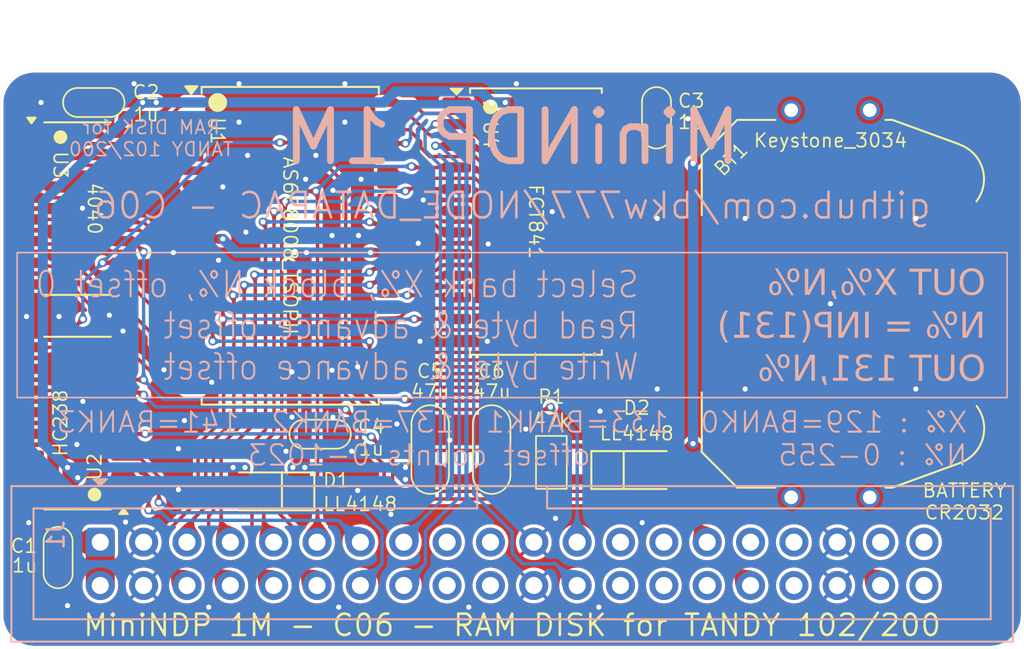
<source format=kicad_pcb>
(kicad_pcb (version 20240108) (generator "pcbnew") (generator_version "8.0")
  (title_block (title "MiniNDP 1M") (date "2024-12-10") (rev "C06") (company "Brian K. White - b.kenyon.w@gmail.com") (comment 1 "github.com/bkw777/NODE_DATAPAC"))
  (layers (0 "F.Cu" signal) (31 "B.Cu" signal) (34 "B.Paste" user) (35 "F.Paste" user) (36 "B.SilkS" user "B.Silkscreen") (37 "F.SilkS" user "F.Silkscreen") (38 "B.Mask" user) (39 "F.Mask" user) (44 "Edge.Cuts" user))
  (net 0 "")
  (net 1 "GND")
  (net 2 "VMEM")
  (net 3 "VBUS")
  (net 4 "/AD0")
  (net 5 "/AD1")
  (net 6 "/AD2")
  (net 7 "/AD3")
  (net 8 "/AD4")
  (net 9 "/AD5")
  (net 10 "/AD6")
  (net 11 "/AD7")
  (net 12 "/A8")
  (net 13 "/A9")
  (net 14 "/~{RD}")
  (net 15 "/RAMRST")
  (net 16 "/~{Y0}")
  (net 17 "/(A)")
  (net 27 "/BUS_A10")
  (net 30 "+BATT")
  (net 31 "/A5")
  (net 32 "/A6")
  (net 35 "/A7")
  (net 36 "/BUS_A8")
  (net 37 "/BUS_A9")
  (net 38 "/A0")
  (net 39 "/A1")
  (net 40 "/A2")
  (net 41 "/A3")
  (net 42 "/A4")
  (net 43 "/BYTE")
  (net 54 "/~{WR}")
  (net 55 "/A15")
  (net 56 "/A12")
  (net 57 "/A13")
  (net 58 "/A18")
  (net 59 "/A14")
  (net 60 "/A16")
  (net 61 "/A17")
  (net 62 "/A10")
  (net 63 "/A11")
  (net 64 "/BUS_A11")
  (net 65 "/A19")
  (net 66 "/BLOCK")
  (footprint "000_LOCAL:MiniNDP_Cover" (layer "F.Cu") (at 151.95 103.025)
    (property "Reference" "N1")
    (property "Value" "MiniNDP_Cover")
  )
  (footprint "000_LOCAL:SOIC-16_3.9x9.9mm_P1.27mm" (layer "F.Cu") (at 126.485 106.77 180)
    (property "Reference" "U2")
    (property "Value" "HC238")
  )
  (footprint "000_LOCAL:C_0805" (layer "F.Cu") (at 125.35 114.655 -90)
    (property "Reference" "C1")
    (property "Value" "1u")
  )
  (footprint "000_LOCAL:Fiducial_0.75_1.5" (layer "F.Cu") (at 179.95 118.025)
    (property "Reference" "F2" (hide yes))
    (property "Value" "Fiducial_0.75_1.5" (hide yes))
  )
  (footprint "000_LOCAL:SOIC-16_3.9x9.9mm_P1.27mm" (layer "F.Cu") (at 126.488 94.197)
    (property "Reference" "U3")
    (property "Value" "4040")
  )
  (footprint "000_LOCAL:D_MiniMELF" (layer "F.Cu") (at 137.7 110.775 180)
    (property "Reference" "D1")
    (property "Value" "LL4148")
  )
  (footprint "000_LOCAL:C_1206" (layer "F.Cu") (at 150.75 108.325 90)
    (property "Reference" "C6")
    (property "Value" "47u")
  )
  (footprint "000_LOCAL:Fiducial_0.75_1.5" (layer "F.Cu") (at 179.95 88.025 90)
    (property "Reference" "F2" (hide yes))
    (property "Value" "Fiducial_0.75_1.5" (hide yes))
  )
  (footprint "000_LOCAL:SOIC-24" (layer "F.Cu") (at 153.3452 94.959)
    (property "Reference" "U4")
    (property "Value" "FCT841")
  )
  (footprint "000_LOCAL:D_MiniMELF" (layer "F.Cu") (at 159.249293 109.525707)
    (property "Reference" "D2")
    (property "Value" "LL4148")
  )
  (footprint "000_LOCAL:C_0805" (layer "F.Cu") (at 160.4082 88.874 -90)
    (property "Reference" "C3")
    (property "Value" "1u")
  )
  (footprint "000_LOCAL:Fiducial_0.75_1.5" (layer "F.Cu") (at 123.95 118.025)
    (property "Reference" "F3" (hide yes))
    (property "Value" "Fiducial_0.75_1.5" (hide yes))
  )
  (footprint "000_LOCAL:TSOP-II-44" (layer "F.Cu") (at 138.95 96.375)
    (property "Reference" "U1")
    (property "Value" "AS6C8008_TSOPII")
  )
  (footprint "000_LOCAL:C_1206" (layer "F.Cu") (at 147.15 108.325 90)
    (property "Reference" "C5")
    (property "Value" "47u")
  )
  (footprint "000_LOCAL:Keystone_3028_3034" (layer "F.Cu") (at 170.6 99.775 90)
    (property "Reference" "BT1")
    (property "Value" "Keystone_3034")
  )
  (footprint "000_LOCAL:C_0805" (layer "F.Cu") (at 127.439 87.974 180)
    (property "Reference" "C2")
    (property "Value" "1u")
  )
  (footprint "000_LOCAL:C_0805" (layer "F.Cu") (at 140.7 107.425)
    (property "Reference" "C4")
    (property "Value" "1u")
  )
  (footprint "000_LOCAL:R_0805" (layer "F.Cu") (at 154.25 109.075001 90)
    (property "Reference" "R1")
    (property "Value" "47k")
  )
  (footprint "000_LOCAL:IDC-Header_2x20_P2.54mm_Vertical" (layer "B.Cu") (at 127.82 113.755 -90)
    (property "Reference" "J1")
    (property "Value" "Conn_02x20_Odd_Even")
  )
  (gr_poly (pts (xy 126.5 109.975) (xy 125.9 109.375) (xy 125.9 110.575)) (stroke (width 0.6)) (fill solid) (layer "F.Cu") (net 3))
  (gr_poly (pts (xy 162.55 107.975) (xy 160.999293 109.525707) (xy 164.099293 109.525707) (xy 164.1 109.525)) (stroke (width 0.6)) (fill solid) (layer "F.Cu") (net 30))
  (gr_poly (pts (xy 126.5 109.975) (xy 127.1 109.375) (xy 125.9 109.375)) (stroke (width 0.6)) (fill solid) (layer "B.Cu") (net 3))
  (gr_rect (start 122.95 96.775) (end 180.95 105.275) (stroke (width 0.1)) (fill none) (layer "B.SilkS"))
  (gr_line (start 123.95 86.025) (end 179.95 86.025) (stroke (width 0.01)) (layer "Edge.Cuts"))
  (gr_line (start 179.95 120.025) (end 123.95 120.025) (stroke (width 0.01)) (layer "Edge.Cuts"))
  (gr_arc (start 179.95 86.024999) (mid 181.364214 86.610786) (end 181.950001 88.025) (stroke (width 0.01)) (layer "Edge.Cuts"))
  (gr_arc (start 123.95 120.025) (mid 122.535786 119.439214) (end 121.95 118.025) (stroke (width 0.01)) (layer "Edge.Cuts"))
  (gr_arc (start 181.950001 118.025) (mid 181.364214 119.439214) (end 179.95 120.025001) (stroke (width 0.01)) (layer "Edge.Cuts"))
  (gr_line (start 181.95 88.025) (end 181.95 118.025) (stroke (width 0.01)) (layer "Edge.Cuts"))
  (gr_arc (start 121.949999 88.025) (mid 122.535786 86.610786) (end 123.95 86.024999) (stroke (width 0.01)) (layer "Edge.Cuts"))
  (gr_line (start 121.95 118.025) (end 121.95 88.025) (stroke (width 0.01)) (layer "Edge.Cuts"))
  (gr_text "${TITLE}" (at 151.95 90.025 0) (layer "B.SilkS") (effects (font (size 3 3) (thickness 0.4)) (justify mirror)))
  (gr_text "RAM DISK for\nTANDY 102/200" (at 130.8 90.075 0) (layer "B.SilkS") (effects (font (size 0.8 0.8) (thickness 0.1)) (justify mirror)))
  (gr_text "${COMMENT1} - ${REVISION}" (at 151.95 94.025 0) (layer "B.SilkS") (effects (font (size 1.5 1.5)) (justify mirror)))
  (gr_text "X% : 129=BANK0  133=BANK1  137=BANK2  141=BANK3\nN% : 0-255            offset counts 0-1023" (at 178.7 106.025 0) (layer "B.SilkS") (effects (font (size 1.2 1.2) (thickness 0.12)) (justify left top mirror)))
  (gr_text "Select bank X%, block N%, offset 0\nRead byte & advance offset\nWrite byte & advance offset" (at 159.45 97.775 0) (layer "B.SilkS") (effects (font (size 1.5 1.3) (thickness 0.12)) (justify left top mirror)))
  (gr_text "OUT X%,N%\nN% = INP(131)\nOUT 131,N%" (at 179.7 97.75 0) (layer "B.SilkS") (effects (font (size 1.5 1.5) (thickness 0.2)) (justify left top mirror)))
  (gr_text "${TITLE} - ${REVISION} - RAM DISK for TANDY 102/200" (at 151.95 118.625 0) (layer "F.SilkS") (effects (font (size 1.25 1.25))))
  (gr_text "BATTERY\nCR2032" (at 178.45 111.375 0) (layer "F.SilkS") (effects (font (size 0.8 0.8) (thickness 0.1))))
  (via (at 142.15 86.875) (size 0.5) (drill 0.3) (layers "F.Cu" "B.Cu") (net 1))
  (via (at 141.45 93.125) (size 0.5) (drill 0.3) (layers "F.Cu" "B.Cu") (net 1))
  (via (at 154.49 112.358) (size 0.5) (drill 0.3) (layers "F.Cu" "B.Cu") (net 1))
  (via (at 146.55 101.975) (size 0.5) (drill 0.3) (layers "F.Cu" "B.Cu") (net 1))
  (via (at 134.35 104.375) (size 0.5) (drill 0.3) (layers "F.Cu" "B.Cu") (net 1))
  (via (at 136.35 95.575) (size 0.5) (drill 0.3) (layers "F.Cu" "B.Cu") (net 1))
  (via (at 149.41 117.565) (size 0.5) (drill 0.3) (layers "F.Cu" "B.Cu") (net 1))
  (via (at 135.95 86.875) (size 0.5) (drill 0.3) (layers "F.Cu" "B.Cu") (net 1))
  (via (at 170.6 99.775) (size 0.5) (drill 0.3) (layers "F.Cu" "B.Cu") (net 1))
  (via (at 165.6 94.775) (size 0.5) (drill 0.3) (layers "F.Cu" "B.Cu") (net 1))
  (via (at 139.05 106.425) (size 0.5) (drill 0.3) (layers "F.Cu" "B.Cu") (net 1))
  (via (at 143.1 92.475) (size 0.5) (drill 0.3) (layers "F.Cu" "B.Cu") (net 1))
  (via (at 142.15 89.125) (size 0.5) (drill 0.3) (layers "F.Cu" "B.Cu") (net 1))
  (via (at 135 92.925) (size 0.5) (drill 0.3) (layers "F.Cu" "B.Cu") (net 1))
  (via (at 175.6 94.775) (size 0.5) (drill 0.3) (layers "F.Cu" "B.Cu") (net 1))
  (via (at 129.15 101.375) (size 0.5) (drill 0.3) (layers "F.Cu" "B.Cu") (net 1))
  (via (at 142.9 103.475) (size 0.5) (drill 0.3) (layers "F.Cu" "B.Cu") (net 1))
  (via (at 145.2 106.825) (size 0.5) (drill 0.3) (layers "F.Cu" "B.Cu") (net 1))
  (via (at 160.45 94.775) (size 0.5) (drill 0.3) (layers "F.Cu" "B.Cu") (net 1))
  (via (at 126.45 108.025) (size 0.5) (drill 0.3) (layers "F.Cu" "B.Cu") (net 1))
  (via (at 134.17 117.565) (size 0.5) (drill 0.3) (layers "F.Cu" "B.Cu") (net 1))
  (via (at 132.4 108.275) (size 0.5) (drill 0.3) (layers "F.Cu" "B.Cu") (net 1))
  (via (at 160.45 104.775) (size 0.5) (drill 0.3) (layers "F.Cu" "B.Cu") (net 1))
  (via (at 126.775 94.175) (size 0.5) (drill 0.3) (layers "F.Cu" "B.Cu") (net 1))
  (via (at 132.1 96.775) (size 0.5) (drill 0.3) (layers "F.Cu" "B.Cu") (net 1))
  (via (at 141.4 103.675) (size 0.5) (drill 0.3) (layers "F.Cu" "B.Cu") (net 1))
  (via (at 139.85 92.475) (size 0.5) (drill 0.3) (layers "F.Cu" "B.Cu") (net 1))
  (via (at 125.4 100.525) (size 0.5) (drill 0.3) (layers "F.Cu" "B.Cu") (net 1))
  (via (at 144.85 112.125) (size 0.5) (drill 0.3) (layers "F.Cu" "B.Cu") (net 1))
  (via (at 142.95 95.775) (size 0.5) (drill 0.3) (layers "F.Cu" "B.Cu") (net 1))
  (via (at 148.3 107.775) (size 0.5) (drill 0.3) (layers "F.Cu" "B.Cu") (net 1))
  (via (at 157.03 117.565) (size 0.5) (drill 0.3) (layers "F.Cu" "B.Cu") (net 1))
  (via (at 165.6 104.775) (size 0.5) (drill 0.3) (layers "F.Cu" "B.Cu") (net 1))
  (via (at 140.45 91.075) (size 0.5) (drill 0.3) (layers "F.Cu" "B.Cu") (net 1))
  (via (at 146.45 96.229) (size 0.5) (drill 0.3) (layers "F.Cu" "B.Cu") (net 1))
  (via (at 142.55 108.425) (size 0.5) (drill 0.3) (layers "F.Cu" "B.Cu") (net 1))
  (via (at 129.3 112.575) (size 0.5) (drill 0.3) (layers "F.Cu" "B.Cu") (net 1))
  (via (at 162.25 88.925) (size 0.5) (drill 0.3) (layers "F.Cu" "B.Cu") (net 1))
  (via (at 152.75 107.125) (size 0.5) (drill 0.3) (layers "F.Cu" "B.Cu") (net 1))
  (via (at 125.9 117.475) (size 0.5) (drill 0.3) (layers "F.Cu" "B.Cu") (net 1))
  (via (at 123.5 100.525) (size 0.5) (drill 0.3) (layers "F.Cu" "B.Cu") (net 1))
  (via (at 132.4 110.675) (size 0.5) (drill 0.3) (layers "F.Cu" "B.Cu") (net 1))
  (via (at 142.9 110.725) (size 0.5) (drill 0.3) (layers "F.Cu" "B.Cu") (net 1))
  (via (at 150.55 96.275) (size 0.5) (drill 0.3) (layers "F.Cu" "B.Cu") (net 1))
  (via (at 136.45 91.075) (size 0.5) (drill 0.3) (layers "F.Cu" "B.Cu") (net 1))
  (via (at 129.8 86.875) (size 0.5) (drill 0.3) (layers "F.Cu" "B.Cu") (net 1))
  (via (at 152.2 86.875) (size 0.5) (drill 0.3) (layers "F.Cu" "B.Cu") (net 1))
  (via (at 135.95 89.125) (size 0.5) (drill 0.3) (layers "F.Cu" "B.Cu") (net 1))
  (via (at 141.79 117.565) (size 0.5) (drill 0.3) (layers "F.Cu" "B.Cu") (net 1))
  (via (at 131.55 103.65) (size 0.5) (drill 0.3) (layers "F.Cu" "B.Cu") (net 1))
  (via (at 126.8 105.5) (size 0.5) (drill 0.3) (layers "F.Cu" "B.Cu") (net 1))
  (via (at 154.3 94.375) (size 0.5) (drill 0.3) (layers "F.Cu" "B.Cu") (net 1))
  (via (at 175.6 104.775) (size 0.5) (drill 0.3) (layers "F.Cu" "B.Cu") (net 1))
  (via (at 124.35 87.974) (size 0.5) (drill 0.3) (layers "F.Cu" "B.Cu") (net 1))
  (via (at 150.5 101.975) (size 0.5) (drill 0.3) (layers "F.Cu" "B.Cu") (net 1))
  (via (at 141.4 95.775) (size 0.5) (drill 0.3) (layers "F.Cu" "B.Cu") (net 1))
  (via (at 123.629 112.612) (size 0.5) (drill 0.3) (layers "F.Cu" "B.Cu") (net 1))
  (via (at 141.45 106.425) (size 0.5) (drill 0.3) (layers "F.Cu" "B.Cu") (net 1))
  (via (at 128.35 100.45) (size 0.5) (drill 0.3) (layers "F.Cu" "B.Cu") (net 1))
  (via (at 139.05 103.775) (size 0.5) (drill 0.3) (layers "F.Cu" "B.Cu") (net 1))
  (via (at 132.75 106.625) (size 0.5) (drill 0.3) (layers "F.Cu" "B.Cu") (net 1))
  (via (at 146.743 93.689) (size 0.5) (drill 0.3) (layers "F.Cu" "B.Cu") (net 1))
  (via (at 159.57 112.612) (size 0.5) (drill 0.3) (layers "F.Cu" "B.Cu") (net 1))
  (via (at 138.7 108.425) (size 0.5) (drill 0.3) (layers "F.Cu" "B.Cu") (net 1))
  (via (at 157.1 106.075) (size 0.5) (drill 0.3) (layers "F.Cu" "B.Cu") (net 1))
  (via (at 134.75 97.225) (size 0.5) (drill 0.3) (layers "F.Cu" "B.Cu") (net 1))
  (segment (start 139.9 107.325) (end 139.9 97.475) (width 0.6) (layer "F.Cu") (net 2))
  (segment (start 139.8 108.675) (end 139.8 107.425) (width 0.6) (layer "F.Cu") (net 2))
  (segment (start 139.8 109.375) (end 139.8 110.425) (width 0.6) (layer "F.Cu") (net 2))
  (segment (start 139.9 107.525) (end 139.8 107.425) (width 0.6) (layer "F.Cu") (net 2))
  (segment (start 147.424999 110.075) (end 150.475001 110.075) (width 0.6) (layer "F.Cu") (net 2))
  (segment (start 151.024999 110.075) (end 157.499293 110.075) (width 0.6) (layer "F.Cu") (net 2))
  (segment (start 139.8 110.425) (end 139.45 110.775) (width 0.6) (layer "F.Cu") (net 2))
  (segment (start 139.1 109.375) (end 139.8 109.375) (width 0.6) (layer "F.Cu") (net 2))
  (segment (start 139.1 109.375) (end 139.1 110.425) (width 0.6) (layer "F.Cu") (net 2))
  (segment (start 145.7 110.075) (end 145.7 109.375) (width 0.6) (layer "F.Cu") (net 2))
  (segment (start 145.7 110.075) (end 146.875001 110.075) (width 0.6) (layer "F.Cu") (net 2))
  (segment (start 147.15 109.800001) (end 147.424999 110.075) (width 0.6) (layer "F.Cu") (net 2))
  (segment (start 150.475001 110.075) (end 150.75 109.800001) (width 0.6) (layer "F.Cu") (net 2))
  (segment (start 139.9 96.775) (end 139.2 96.775) (width 0.6) (layer "F.Cu") (net 2))
  (segment (start 143.65 96.775) (end 144.65 96.775) (width 0.5) (layer "F.Cu") (net 2))
  (segment (start 139.9 96.775) (end 139.9 97.475) (width 0.6) (layer "F.Cu") (net 2))
  (segment (start 139.1 110.425) (end 139.45 110.775) (width 0.6) (layer "F.Cu") (net 2))
  (segment (start 139.8 107.425) (end 139.9 107.325) (width 0.6) (layer "F.Cu") (net 2))
  (segment (start 157.499293 110.075) (end 157.499293 109.525707) (width 0.6) (layer "F.Cu") (net 2))
  (segment (start 139.8 109.375) (end 139.8 108.675) (width 0.6) (layer "F.Cu") (net 2))
  (segment (start 146.875001 110.075) (end 147.15 109.800001) (width 0.6) (layer "F.Cu") (net 2))
  (segment (start 139.2 96.775) (end 139.9 97.475) (width 0.6) (layer "F.Cu") (net 2))
  (segment (start 146.724999 109.375) (end 147.15 109.800001) (width 0.6) (layer "F.Cu") (net 2))
  (segment (start 135 95.975) (end 133.25 95.975) (width 0.5) (layer "F.Cu") (net 2))
  (segment (start 145.7 109.375) (end 146.724999 109.375) (width 0.6) (layer "F.Cu") (net 2))
  (segment (start 139.1 109.375) (end 139.8 108.675) (width 0.6) (layer "F.Cu") (net 2))
  (segment (start 150.75 109.800001) (end 151.024999 110.075) (width 0.6) (layer "F.Cu") (net 2))
  (via (at 145.7 109.375) (size 0.6) (drill 0.3) (layers "F.Cu" "B.Cu") (net 2))
  (via (at 145.7 110.075) (size 0.6) (drill 0.3) (layers "F.Cu" "B.Cu") (net 2))
  (via (at 135 95.975) (size 0.6) (drill 0.3) (layers "F.Cu" "B.Cu") (net 2))
  (via (at 139.9 96.775) (size 0.6) (drill 0.3) (layers "F.Cu" "B.Cu") (net 2))
  (via (at 139.8 109.375) (size 0.6) (drill 0.3) (layers "F.Cu" "B.Cu") (net 2))
  (via (at 143.65 96.775) (size 0.6) (drill 0.3) (layers "F.Cu" "B.Cu") (net 2))
  (via (at 139.1 109.375) (size 0.6) (drill 0.3) (layers "F.Cu" "B.Cu") (net 2))
  (via (at 139.2 96.775) (size 0.6) (drill 0.3) (layers "F.Cu" "B.Cu") (net 2))
  (segment (start 145.7 110.075) (end 145.7 109.375) (width 0.6) (layer "B.Cu") (net 2))
  (segment (start 145 109.375) (end 139.1 109.375) (width 0.6) (layer "B.Cu") (net 2))
  (segment (start 145.7 110.075) (end 145 109.375) (width 0.6) (layer "B.Cu") (net 2))
  (segment (start 135.8 96.775) (end 135 95.975) (width 0.6) (layer "B.Cu") (net 2))
  (segment (start 143.65 96.775) (end 139.9 96.775) (width 0.6) (layer "B.Cu") (net 2))
  (segment (start 145.7 109.375) (end 145 109.375) (width 0.6) (layer "B.Cu") (net 2))
  (segment (start 139.2 96.775) (end 135.8 96.775) (width 0.6) (layer "B.Cu") (net 2))
  (segment (start 139.9 96.775) (end 139.2 96.775) (width 0.6) (layer "B.Cu") (net 2))
  (segment (start 157.9952 87.974) (end 160.4082 87.974) (width 0.6) (layer "F.Cu") (net 3))
  (segment (start 135.6 109.375) (end 135.6 110.425) (width 0.6) (layer "F.Cu") (net 3))
  (segment (start 130.3 87.975) (end 130.299 87.974) (width 0.6) (layer "F.Cu") (net 3))
  (segment (start 150.7562 87.974) (end 157.9952 87.974) (width 0.6) (layer "F.Cu") (net 3))
  (segment (start 130.301 87.974) (end 131.1 87.974) (width 0.6) (layer "F.Cu") (net 3))
  (segment (start 125.35 113.755) (end 127.82 113.755) (width 0.8) (layer "F.Cu") (net 3))
  (segment (start 136.3 109.375) (end 136.3 110.425) (width 0.6) (layer "F.Cu") (net 3))
  (segment (start 123.818 111.215) (end 125.35 111.215) (width 0.6) (layer "F.Cu") (net 3))
  (segment (start 125.35 111.125) (end 125.35 111.215) (width 0.6) (layer "F.Cu") (net 3))
  (segment (start 128.7415 89.752) (end 129.155 89.752) (width 0.6) (layer "F.Cu") (net 3))
  (segment (start 125.36 111.215) (end 123.818 111.215) (width 0.6) (layer "F.Cu") (net 3))
  (segment (start 130.299 87.974) (end 128.339 87.974) (width 0.6) (layer "F.Cu") (net 3))
  (segment (start 135.6 109.375) (end 136.3 109.375) (width 0.6) (layer "F.Cu") (net 3))
  (segment (start 126.5 109.975) (end 125.35 111.125) (width 0.6) (layer "F.Cu") (net 3))
  (segment (start 136.3 110.425) (end 135.95 110.775) (width 0.6) (layer "F.Cu") (net 3))
  (segment (start 127.7 113.635) (end 127.82 113.755) (width 0.4) (layer "F.Cu") (net 3))
  (segment (start 128.339 89.3495) (end 128.7415 89.752) (width 0.6) (layer "F.Cu") (net 3))
  (segment (start 135.6 110.425) (end 135.95 110.775) (width 0.6) (layer "F.Cu") (net 3))
  (segment (start 125.35 111.215) (end 125.35 113.755) (width 0.6) (layer "F.Cu") (net 3))
  (segment (start 128.339 87.974) (end 128.339 89.3495) (width 0.6) (layer "F.Cu") (net 3))
  (segment (start 127.82 116.295) (end 127.82 113.755) (width 1.7) (layer "F.Cu") (net 3))
  (segment (start 127.6 113.535) (end 127.7 113.635) (width 0.6) (layer "F.Cu") (net 3))
  (via (at 150.7562 87.974) (size 0.6) (drill 0.3) (layers "F.Cu" "B.Cu") (net 3))
  (via (at 151.55 87.974) (size 0.6) (drill 0.3) (layers "F.Cu" "B.Cu") (net 3))
  (via (at 126.5 109.975) (size 0.6) (drill 0.3) (layers "F.Cu" "B.Cu") (net 3))
  (via (at 125.9 109.375) (size 0.6) (drill 0.3) (layers "F.Cu" "B.Cu") (net 3))
  (via (at 130.3 87.975) (size 0.6) (drill 0.3) (layers "F.Cu" "B.Cu") (net 3))
  (via (at 135.6 109.375) (size 0.6) (drill 0.3) (layers "F.Cu" "B.Cu") (net 3))
  (via (at 131.1 87.974) (size 0.6) (drill 0.3) (layers "F.Cu" "B.Cu") (net 3))
  (via (at 136.3 109.375) (size 0.6) (drill 0.3) (layers "F.Cu" "B.Cu") (net 3))
  (segment (start 125.9 109.375) (end 124.45 107.925) (width 0.6) (layer "B.Cu") (net 3))
  (segment (start 124.45 107.925) (end 124.45 93.825) (width 0.6) (layer "B.Cu") (net 3))
  (segment (start 124.45 93.825) (end 130.3 87.975) (width 0.6) (layer "B.Cu") (net 3))
  (segment (start 126.8 109.375) (end 136.3 109.375) (width 0.6) (layer "B.Cu") (net 3))
  (segment (start 130.3 87.975) (end 130.301 87.974) (width 0.6) (layer "B.Cu") (net 3))
  (segment (start 126.5 109.675) (end 126.8 109.375) (width 0.6) (layer "B.Cu") (net 3))
  (segment (start 130.301 87.974) (end 144.451 87.974) (width 0.6) (layer "B.Cu") (net 3))
  (segment (start 151.55 87.974) (end 150.7562 87.974) (width 0.6) (layer "B.Cu") (net 3))
  (segment (start 144.451 87.974) (end 145.1 87.325) (width 0.6) (layer "B.Cu") (net 3))
  (segment (start 150.1072 87.325) (end 150.7562 87.974) (width 0.6) (layer "B.Cu") (net 3))
  (segment (start 145.1 87.325) (end 150.1072 87.325) (width 0.6) (layer "B.Cu") (net 3))
  (segment (start 135 99.475) (end 134.05 98.525) (width 0.2) (layer "F.Cu") (net 4))
  (segment (start 135.05 106.525) (end 133.55 108.025) (width 0.2) (layer "F.Cu") (net 4))
  (segment (start 133.55 111.325) (end 131.63 113.245) (width 0.2) (layer "F.Cu") (net 4))
  (segment (start 133.4 98.525) (end 133.25 98.375) (width 0.2) (layer "F.Cu") (net 4))
  (segment (start 133.55 108.025) (end 133.55 111.325) (width 0.2) (layer "F.Cu") (net 4))
  (segment (start 135 100.674) (end 135.05 100.724) (width 0.2) (layer "F.Cu") (net 4))
  (segment (start 131.63 115.025) (end 132.9 116.295) (width 0.2) (layer "F.Cu") (net 4))
  (segment (start 135.05 100.724) (end 135.05 106.525) (width 0.2) (layer "F.Cu") (net 4))
  (segment (start 135 100.674) (end 135 99.475) (width 0.2) (layer "F.Cu") (net 4))
  (segment (start 134.05 98.525) (end 133.4 98.525) (width 0.2) (layer "F.Cu") (net 4))
  (segment (start 131.63 113.245) (end 131.63 115.025) (width 0.2) (layer "F.Cu") (net 4))
  (segment (start 148.6952 100.674) (end 146.2096 100.674) (width 0.2) (layer "F.Cu") (net 4))
  (via (at 146.2096 100.674) (size 0.5) (drill 0.3) (layers "F.Cu" "B.Cu") (net 4))
  (via (at 135 100.674) (size 0.5) (drill 0.3) (layers "F.Cu" "B.Cu") (net 4))
  (segment (start 146.2096 100.674) (end 135 100.674) (width 0.2) (layer "B.Cu") (net 4))
  (segment (start 134 108.275) (end 134 111.675) (width 0.2) (layer "F.Cu") (net 5))
  (segment (start 148.5662 99.275) (end 148.6952 99.404) (width 0.2) (layer "F.Cu") (net 5))
  (segment (start 134 111.675) (end 132.9 112.775) (width 0.2) (layer "F.Cu") (net 5))
  (segment (start 133.4 97.725) (end 134.05 97.725) (width 0.2) (layer "F.Cu") (net 5))
  (segment (start 135.6 99.275) (end 135.65 99.325) (width 0.2) (layer "F.Cu") (net 5))
  (segment (start 134.05 97.725) (end 135.6 99.275) (width 0.2) (layer "F.Cu") (net 5))
  (segment (start 145.8 99.275) (end 148.5662 99.275) (width 0.2) (layer "F.Cu") (net 5))
  (segment (start 135.65 106.625) (end 134 108.275) (width 0.2) (layer "F.Cu") (net 5))
  (segment (start 133.25 97.575) (end 133.4 97.725) (width 0.2) (layer "F.Cu") (net 5))
  (segment (start 132.9 112.775) (end 132.9 113.755) (width 0.2) (layer "F.Cu") (net 5))
  (segment (start 135.65 99.325) (end 135.65 106.625) (width 0.2) (layer "F.Cu") (net 5))
  (via (at 145.8 99.275) (size 0.5) (drill 0.3) (layers "F.Cu" "B.Cu") (net 5))
  (via (at 135.6 99.275) (size 0.5) (drill 0.3) (layers "F.Cu" "B.Cu") (net 5))
  (segment (start 135.75 99.275) (end 135.6 99.425) (width 0.2) (layer "B.Cu") (net 5))
  (segment (start 145.8 99.275) (end 135.75 99.275) (width 0.2) (layer "B.Cu") (net 5))
  (segment (start 144.65 98.375) (end 144.8 98.225) (width 0.2) (layer "F.Cu") (net 6))
  (segment (start 134.17 115.025) (end 135.44 116.295) (width 0.2) (layer "F.Cu") (net 6))
  (segment (start 144.8 98.225) (end 148.604198 98.225) (width 0.2) (layer "F.Cu") (net 6))
  (segment (start 148.604198 98.225) (end 148.695199 98.133999) (width 0.2) (layer "F.Cu") (net 6))
  (segment (start 143.75 98.525) (end 144.5 98.525) (width 0.2) (layer "F.Cu") (net 6))
  (segment (start 143.6 98.675) (end 143.75 98.525) (width 0.2) (layer "F.Cu") (net 6))
  (segment (start 134.45 108.525) (end 134.45 111.925) (width 0.2) (layer "F.Cu") (net 6))
  (segment (start 144.5 98.525) (end 144.65 98.375) (width 0.2) (layer "F.Cu") (net 6))
  (segment (start 134.17 112.205) (end 134.17 115.025) (width 0.2) (layer "F.Cu") (net 6))
  (segment (start 136.25 106.725) (end 134.45 108.525) (width 0.2) (layer "F.Cu") (net 6))
  (segment (start 136.25 98.675) (end 136.25 106.725) (width 0.2) (layer "F.Cu") (net 6))
  (segment (start 134.45 111.925) (end 134.17 112.205) (width 0.2) (layer "F.Cu") (net 6))
  (via (at 136.25 98.675) (size 0.5) (drill 0.3) (layers "F.Cu" "B.Cu") (net 6))
  (via (at 143.6 98.675) (size 0.5) (drill 0.3) (layers "F.Cu" "B.Cu") (net 6))
  (segment (start 136.25 98.675) (end 143.6 98.675) (width 0.2) (layer "B.Cu") (net 6))
  (segment (start 147.675 97.075) (end 148.484199 97.075) (width 0.2) (layer "F.Cu") (net 7))
  (segment (start 143.8 97.725) (end 144.5 97.725) (width 0.2) (layer "F.Cu") (net 7))
  (segment (start 134.9 113.215) (end 135.44 113.755) (width 0.2) (layer "F.Cu") (net 7))
  (segment (start 144.65 97.575) (end 144.8 97.425) (width 0.2) (layer "F.Cu") (net 7))
  (segment (start 136.9 98.125) (end 136.9 106.775) (width 0.2) (layer "F.Cu") (net 7))
  (segment (start 148.484199 97.075) (end 148.6952 96.863999) (width 0.2) (layer "F.Cu") (net 7))
  (segment (start 144.5 97.725) (end 144.65 97.575) (width 0.2) (layer "F.Cu") (net 7))
  (segment (start 143.6 97.925) (end 143.8 97.725) (width 0.2) (layer "F.Cu") (net 7))
  (segment (start 136.85 98.075) (end 136.9 98.125) (width 0.2) (layer "F.Cu") (net 7))
  (segment (start 144.8 97.425) (end 147.325 97.425) (width 0.2) (layer "F.Cu") (net 7))
  (segment (start 147.325 97.425) (end 147.675 97.075) (width 0.2) (layer "F.Cu") (net 7))
  (segment (start 134.9 108.775) (end 134.9 113.215) (width 0.2) (layer "F.Cu") (net 7))
  (segment (start 136.9 106.775) (end 134.9 108.775) (width 0.2) (layer "F.Cu") (net 7))
  (via (at 136.85 98.075) (size 0.5) (drill 0.3) (layers "F.Cu" "B.Cu") (net 7))
  (via (at 143.6 97.925) (size 0.5) (drill 0.3) (layers "F.Cu" "B.Cu") (net 7))
  (segment (start 143.45 98.075) (end 143.6 97.925) (width 0.2) (layer "B.Cu") (net 7))
  (segment (start 136.85 98.075) (end 143.45 98.075) (width 0.2) (layer "B.Cu") (net 7))
  (segment (start 143.6 94.975) (end 143.7 95.075) (width 0.2) (layer "F.Cu") (net 8))
  (segment (start 143.7 95.075) (end 144.55 95.075) (width 0.2) (layer "F.Cu") (net 8))
  (segment (start 136.95 107.725) (end 136.95 111.875) (width 0.2) (layer "F.Cu") (net 8))
  (segment (start 147.6955 95.3908) (end 148.492001 95.3908) (width 0.2) (layer "F.Cu") (net 8))
  (segment (start 144.65 95.175) (end 147.4797 95.175) (width 0.2) (layer "F.Cu") (net 8))
  (segment (start 136.95 111.875) (end 136.71 112.115) (width 0.2) (layer "F.Cu") (net 8))
  (segment (start 148.492001 95.3908) (end 148.6952 95.593999) (width 0.2) (layer "F.Cu") (net 8))
  (segment (start 136.71 112.115) (end 136.71 115.025) (width 0.2) (layer "F.Cu") (net 8))
  (segment (start 137.35 94.975) (end 137.5 95.125) (width 0.2) (layer "F.Cu") (net 8))
  (segment (start 137.5 107.175) (end 136.95 107.725) (width 0.2) (layer "F.Cu") (net 8))
  (segment (start 137.5 95.125) (end 137.5 107.175) (width 0.2) (layer "F.Cu") (net 8))
  (segment (start 147.4797 95.175) (end 147.6955 95.3908) (width 0.2) (layer "F.Cu") (net 8))
  (segment (start 144.55 95.075) (end 144.65 95.175) (width 0.2) (layer "F.Cu") (net 8))
  (segment (start 136.71 115.025) (end 137.98 116.295) (width 0.2) (layer "F.Cu") (net 8))
  (via (at 143.6 94.975) (size 0.5) (drill 0.3) (layers "F.Cu" "B.Cu") (net 8))
  (via (at 137.35 94.975) (size 0.5) (drill 0.3) (layers "F.Cu" "B.Cu") (net 8))
  (segment (start 143.6 94.975) (end 137.35 94.975) (width 0.2) (layer "B.Cu") (net 8))
  (segment (start 138 107.375) (end 137.4 107.975) (width 0.2) (layer "F.Cu") (net 9))
  (segment (start 144.6 94.325) (end 143.7 94.325) (width 0.2) (layer "F.Cu") (net 9))
  (segment (start 137.4 107.975) (end 137.4 113.175) (width 0.2) (layer "F.Cu") (net 9))
  (segment (start 144.65 94.375) (end 144.6 94.325) (width 0.2) (layer "F.Cu") (net 9))
  (segment (start 137.4 113.175) (end 137.98 113.755) (width 0.2) (layer "F.Cu") (net 9))
  (segment (start 148.6952 94.323999) (end 148.644199 94.375) (width 0.2) (layer "F.Cu") (net 9))
  (segment (start 143.7 94.325) (end 143.6 94.225) (width 0.2) (layer "F.Cu") (net 9))
  (segment (start 138 94.375) (end 138 107.375) (width 0.2) (layer "F.Cu") (net 9))
  (segment (start 148.644199 94.375) (end 144.65 94.375) (width 0.2) (layer "F.Cu") (net 9))
  (via (at 143.6 94.225) (size 0.5) (drill 0.3) (layers "F.Cu" "B.Cu") (net 9))
  (via (at 138 94.375) (size 0.5) (drill 0.3) (layers "F.Cu" "B.Cu") (net 9))
  (segment (start 143.45 94.375) (end 143.6 94.225) (width 0.2) (layer "B.Cu") (net 9))
  (segment (start 138 94.375) (end 143.45 94.375) (width 0.2) (layer "B.Cu") (net 9))
  (segment (start 145.7 93.175) (end 145.85 93.025) (width 0.2) (layer "F.Cu") (net 10))
  (segment (start 138.65 93.775) (end 136.55 93.775) (width 0.2) (layer "F.Cu") (net 10))
  (segment (start 138.45 107.625) (end 137.85 108.225) (width 0.2) (layer "F.Cu") (net 10))
  (segment (start 136.55 93.775) (end 135.15 95.175) (width 0.2) (layer "F.Cu") (net 10))
  (segment (start 138.45 94.875) (end 138.45 107.625) (width 0.2) (layer "F.Cu") (net 10))
  (segment (start 138.65 93.775) (end 138.65 94.675) (width 0.2) (layer "F.Cu") (net 10))
  (segment (start 139.25 115.025) (end 140.52 116.295) (width 0.2) (layer "F.Cu") (net 10))
  (segment (start 137.85 108.225) (end 137.85 111.625) (width 0.2) (layer "F.Cu") (net 10))
  (segment (start 139.25 113.025) (end 139.25 115.025) (width 0.2) (layer "F.Cu") (net 10))
  (segment (start 145.85 93.025) (end 148.666201 93.025) (width 0.2) (layer "F.Cu") (net 10))
  (segment (start 148.666201 93.025) (end 148.6952 93.053999) (width 0.2) (layer "F.Cu") (net 10))
  (segment (start 138.65 94.675) (end 138.45 94.875) (width 0.2) (layer "F.Cu") (net 10))
  (segment (start 137.85 111.625) (end 139.25 113.025) (width 0.2) (layer "F.Cu") (net 10))
  (segment (start 135.15 95.175) (end 133.25 95.175) (width 0.2) (layer "F.Cu") (net 10))
  (via (at 145.7 93.175) (size 0.5) (drill 0.3) (layers "F.Cu" "B.Cu") (net 10))
  (via (at 138.65 93.775) (size 0.5) (drill 0.3) (layers "F.Cu" "B.Cu") (net 10))
  (segment (start 142.05 93.775) (end 142.65 93.175) (width 0.2) (layer "B.Cu") (net 10))
  (segment (start 138.65 93.775) (end 142.05 93.775) (width 0.2) (layer "B.Cu") (net 10))
  (segment (start 142.65 93.175) (end 145.7 93.175) (width 0.2) (layer "B.Cu") (net 10))
  (segment (start 140.45 93.175) (end 136.4 93.175) (width 0.2) (layer "F.Cu") (net 11))
  (segment (start 146.05 91.725) (end 146.108999 91.783999) (width 0.2) (layer "F.Cu") (net 11))
  (segment (start 140.55 113.725) (end 140.52 113.755) (width 0.2) (layer "F.Cu") (net 11))
  (segment (start 136.4 93.175) (end 135.2 94.375) (width 0.2) (layer "F.Cu") (net 11))
  (segment (start 140.45 93.175) (end 140.55 93.275) (width 0.2) (layer "F.Cu") (net 11))
  (segment (start 146.108999 91.783999) (end 148.695199 91.783999) (width 0.2) (layer "F.Cu") (net 11))
  (segment (start 140.55 93.275) (end 140.55 113.725) (width 0.2) (layer "F.Cu") (net 11))
  (segment (start 135.2 94.375) (end 133.25 94.375) (width 0.2) (layer "F.Cu") (net 11))
  (via (at 140.45 93.175) (size 0.5) (drill 0.3) (layers "F.Cu" "B.Cu") (net 11))
  (via (at 146.05 91.725) (size 0.5) (drill 0.3) (layers "F.Cu" "B.Cu") (net 11))
  (segment (start 141.9 91.725) (end 140.45 93.175) (width 0.2) (layer "B.Cu") (net 11))
  (segment (start 146.05 91.725) (end 141.9 91.725) (width 0.2) (layer "B.Cu") (net 11))
  (segment (start 132.25 101.125) (end 132.55 101.425) (width 0.2) (layer "F.Cu") (net 12))
  (segment (start 129.348 95.025) (end 130.4 95.025) (width 0.2) (layer "F.Cu") (net 12))
  (segment (start 132.55 101.425) (end 133.1 101.425) (width 0.2) (layer "F.Cu") (net 12))
  (segment (start 133.1 101.425) (end 133.25 101.575) (width 0.2) (layer "F.Cu") (net 12))
  (segment (start 130.4 95.025) (end 131.45 96.075) (width 0.2) (layer "F.Cu") (net 12))
  (segment (start 131.45 96.075) (end 131.45 99.215) (width 0.2) (layer "F.Cu") (net 12))
  (segment (start 129.155 94.832) (end 129.348 95.025) (width 0.2) (layer "F.Cu") (net 12))
  (segment (start 132.25 100.015) (end 132.25 101.125) (width 0.2) (layer "F.Cu") (net 12))
  (segment (start 131.45 99.215) (end 132.25 100.015) (width 0.2) (layer "F.Cu") (net 12))
  (segment (start 131.7 90.425) (end 132.3984 89.7266) (width 0.2) (layer "F.Cu") (net 13))
  (segment (start 132.3984 89.7266) (end 133.0984 89.7266) (width 0.2) (layer "F.Cu") (net 13))
  (segment (start 131.7 90.698) (end 131.7 90.425) (width 0.2) (layer "F.Cu") (net 13))
  (segment (start 133.0984 89.7266) (end 133.25 89.575) (width 0.2) (layer "F.Cu") (net 13))
  (segment (start 129.155 92.292) (end 129.322 92.125) (width 0.2) (layer "F.Cu") (net 13))
  (segment (start 130.273 92.125) (end 131.7 90.698) (width 0.2) (layer "F.Cu") (net 13))
  (segment (start 129.322 92.125) (end 130.273 92.125) (width 0.2) (layer "F.Cu") (net 13))
  (segment (start 144.65 90.375) (end 145.7 90.375) (width 0.2) (layer "F.Cu") (net 14))
  (via (at 145.7 90.375) (size 0.5) (drill 0.3) (layers "F.Cu" "B.Cu") (net 14))
  (segment (start 146 89.3875) (end 146.7625 88.625) (width 0.2) (layer "B.Cu") (net 14))
  (segment (start 146.7625 88.625) (end 148.125 88.625) (width 0.2) (layer "B.Cu") (net 14))
  (segment (start 152.585 115.025) (end 154.49 115.025) (width 0.2) (layer "B.Cu") (net 14))
  (segment (start 145.7 90.375) (end 146 90.075) (width 0.2) (layer "B.Cu") (net 14))
  (segment (start 146 90.075) (end 146 89.3875) (width 0.2) (layer "B.Cu") (net 14))
  (segment (start 154.49 115.025) (end 155.76 116.295) (width 0.2) (layer "B.Cu") (net 14))
  (segment (start 149.7 110.925) (end 151.95 113.175) (width 0.2) (layer "B.Cu") (net 14))
  (segment (start 151.95 113.175) (end 151.95 114.39) (width 0.2) (layer "B.Cu") (net 14))
  (segment (start 148.125 88.625) (end 149.7 90.2) (width 0.2) (layer "B.Cu") (net 14))
  (segment (start 149.7 90.2) (end 149.7 110.925) (width 0.2) (layer "B.Cu") (net 14))
  (segment (start 151.95 114.39) (end 152.585 115.025) (width 0.2) (layer "B.Cu") (net 14))
  (segment (start 167.825 115.025) (end 172.27 115.025) (width 0.3) (layer "F.Cu") (net 15))
  (segment (start 154.25 108.125002) (end 158.300002 108.125002) (width 0.3) (layer "F.Cu") (net 15))
  (segment (start 145.45 108.375) (end 142.2 105.125) (width 0.2) (layer "F.Cu") (net 15))
  (segment (start 160.08125 110.825) (end 163.5 110.825) (width 0.3) (layer "F.Cu") (net 15))
  (segment (start 159.2 109.025) (end 159.2 109.94375) (width 0.3) (layer "F.Cu") (net 15))
  (segment (start 166.428 112.358) (end 167.19 113.12) (width 0.3) (layer "F.Cu") (net 15))
  (segment (start 154.000002 108.375) (end 145.45 108.375) (width 0.2) (layer "F.Cu") (net 15))
  (segment (start 167.19 113.12) (end 167.19 114.39) (width 0.3) (layer "F.Cu") (net 15))
  (segment (start 158.300002 108.125002) (end 159.2 109.025) (width 0.3) (layer "F.Cu") (net 15))
  (segment (start 172.27 115.025) (end 173.54 116.295) (width 0.3) (layer "F.Cu") (net 15))
  (segment (start 141.25 91.825) (end 133.4 91.825) (width 0.2) (layer "F.Cu") (net 15))
  (segment (start 142.2 92.775) (end 141.25 91.825) (width 0.2) (layer "F.Cu") (net 15))
  (segment (start 133.4 91.825) (end 133.25 91.975) (width 0.2) (layer "F.Cu") (net 15))
  (segment (start 163.5 110.825) (end 165.033 112.358) (width 0.3) (layer "F.Cu") (net 15))
  (segment (start 165.033 112.358) (end 166.428 112.358) (width 0.3) (layer "F.Cu") (net 15))
  (segment (start 167.19 114.39) (end 167.825 115.025) (width 0.3) (layer "F.Cu") (net 15))
  (segment (start 159.2 109.94375) (end 160.08125 110.825) (width 0.3) (layer "F.Cu") (net 15))
  (segment (start 154.25 108.125002) (end 154.000002 108.375) (width 0.2) (layer "F.Cu") (net 15))
  (segment (start 142.2 105.125) (end 142.2 92.775) (width 0.2) (layer "F.Cu") (net 15))
  (segment (start 163.38 113.355) (end 163.38 113.755) (width 0.2) (layer "F.Cu") (net 16))
  (segment (start 159.85 111.325) (end 161.35 111.325) (width 0.2) (layer "F.Cu") (net 16))
  (segment (start 144.95 110.375) (end 145.35 110.775) (width 0.2) (layer "F.Cu") (net 16))
  (segment (start 161.35 111.325) (end 163.38 113.355) (width 0.2) (layer "F.Cu") (net 16))
  (segment (start 143.7 107.575) (end 144.95 108.825) (width 0.2) (layer "F.Cu") (net 16))
  (segment (start 145.35 110.775) (end 159.3 110.775) (width 0.2) (layer "F.Cu") (net 16))
  (segment (start 130.45 107.405) (end 129.152 107.405) (width 0.2) (layer "F.Cu") (net 16))
  (segment (start 159.3 110.775) (end 159.85 111.325) (width 0.2) (layer "F.Cu") (net 16))
  (segment (start 144.95 108.825) (end 144.95 110.375) (width 0.2) (layer "F.Cu") (net 16))
  (via (at 130.45 107.405) (size 0.5) (drill 0.3) (layers "F.Cu" "B.Cu") (net 16))
  (via (at 143.7 107.575) (size 0.5) (drill 0.3) (layers "F.Cu" "B.Cu") (net 16))
  (segment (start 143.53 107.405) (end 130.45 107.405) (width 0.2) (layer "B.Cu") (net 16))
  (segment (start 143.7 107.575) (end 143.53 107.405) (width 0.2) (layer "B.Cu") (net 16))
  (segment (start 145.1 111.225) (end 159.1 111.225) (width 0.2) (layer "F.Cu") (net 17))
  (segment (start 143.05 107.825) (end 144.45 109.225) (width 0.2) (layer "F.Cu") (net 17))
  (segment (start 162.11 113.035) (end 162.11 114.39) (width 0.2) (layer "F.Cu") (net 17))
  (segment (start 144.45 109.225) (end 144.45 110.575) (width 0.2) (layer "F.Cu") (net 17))
  (segment (start 159.1 111.225) (end 159.65 111.775) (width 0.2) (layer "F.Cu") (net 17))
  (segment (start 162.11 114.39) (end 162.745 115.025) (width 0.2) (layer "F.Cu") (net 17))
  (segment (start 144.45 110.575) (end 145.1 111.225) (width 0.2) (layer "F.Cu") (net 17))
  (segment (start 142.2 105.975) (end 143.05 106.825) (width 0.2) (layer "F.Cu") (net 17))
  (segment (start 164.65 115.025) (end 165.92 116.295) (width 0.2) (layer "F.Cu") (net 17))
  (segment (start 162.745 115.025) (end 164.65 115.025) (width 0.2) (layer "F.Cu") (net 17))
  (segment (start 159.65 111.775) (end 160.85 111.775) (width 0.2) (layer "F.Cu") (net 17))
  (segment (start 143.05 106.825) (end 143.05 107.825) (width 0.2) (layer "F.Cu") (net 17))
  (segment (start 130.36 105.119) (end 130.233 104.992) (width 0.2) (layer "F.Cu") (net 17))
  (segment (start 160.85 111.775) (end 162.11 113.035) (width 0.2) (layer "F.Cu") (net 17))
  (segment (start 129.279 104.992) (end 129.152 104.865) (width 0.2) (layer "F.Cu") (net 17))
  (segment (start 130.233 104.992) (end 129.279 104.992) (width 0.2) (layer "F.Cu") (net 17))
  (via (at 130.36 105.119) (size 0.5) (drill 0.3) (layers "F.Cu" "B.Cu") (net 17))
  (via (at 142.2 105.975) (size 0.5) (drill 0.3) (layers "F.Cu" "B.Cu") (net 17))
  (segment (start 131.066 105.825) (end 142.05 105.825) (width 0.2) (layer "B.Cu") (net 17))
  (segment (start 142.05 105.825) (end 142.2 105.975) (width 0.2) (layer "B.Cu") (net 17))
  (segment (start 130.36 105.119) (end 131.066 105.825) (width 0.2) (layer "B.Cu") (net 17))
  (segment (start 147.45 90.514) (end 148.695199 90.514) (width 0.2) (layer "F.Cu") (net 27))
  (segment (start 148.695199 90.514) (end 148.6952 90.513999) (width 0.2) (layer "F.Cu") (net 27))
  (via (at 147.45 90.514) (size 0.5) (drill 0.3) (layers "F.Cu" "B.Cu") (net 27))
  (segment (start 148.85 111.125) (end 146.87 113.105) (width 0.2) (layer "B.Cu") (net 27))
  (segment (start 147.739 90.514) (end 148.85 91.625) (width 0.2) (layer "B.Cu") (net 27))
  (segment (start 148.85 91.625) (end 148.85 111.125) (width 0.2) (layer "B.Cu") (net 27))
  (segment (start 147.45 90.514) (end 147.739 90.514) (width 0.2) (layer "B.Cu") (net 27))
  (segment (start 146.87 115.025) (end 145.6 116.295) (width 0.2) (layer "B.Cu") (net 27))
  (segment (start 146.87 113.105) (end 146.87 115.025) (width 0.2) (layer "B.Cu") (net 27))
  (segment (start 165 110.425) (end 169.9 110.425) (width 0.6) (layer "F.Cu") (net 30))
  (segment (start 169.9 89.125) (end 170.6 88.425) (width 0.6) (layer "F.Cu") (net 30))
  (segment (start 169.9 110.425) (end 170.6 111.125) (width 0.6) (layer "F.Cu") (net 30))
  (segment (start 162.55 91.561) (end 164.986 89.125) (width 0.6) (layer "F.Cu") (net 30))
  (segment (start 164.986 89.125) (end 169.9 89.125) (width 0.6) (layer "F.Cu") (net 30))
  (segment (start 162.55 107.975) (end 165 110.425) (width 0.6) (layer "F.Cu") (net 30))
  (segment (start 162.55 107.975) (end 161 109.525) (width 0.6) (layer "F.Cu") (net 30))
  (via (at 168.3 88.425) (size 1.2) (drill 0.8) (layers "F.Cu" "B.Cu") (net 30))
  (via (at 168.3 111.125) (size 1.2) (drill 0.8) (layers "F.Cu" "B.Cu") (net 30))
  (via (at 162.55 91.561) (size 0.6) (drill 0.3) (layers "F.Cu" "B.Cu") (net 30))
  (via (at 162.55 107.975) (size 0.6) (drill 0.3) (layers "F.Cu" "B.Cu") (net 30))
  (via (at 172.9 111.125) (size 1.2) (drill 0.8) (layers "F.Cu" "B.Cu") (net 30))
  (via (at 172.9 88.425) (size 1.2) (drill 0.8) (layers "F.Cu" "B.Cu") (net 30))
  (segment (start 162.55 91.561) (end 162.55 107.975) (width 0.6) (layer "B.Cu") (net 30))
  (segment (start 133.0986 88.1264) (end 133.25 87.975) (width 0.2) (layer "F.Cu") (net 31))
  (segment (start 130.288 90.387) (end 132.5486 88.1264) (width 0.2) (layer "F.Cu") (net 31))
  (segment (start 123.821 91.022) (end 125.603 91.022) (width 0.2) (layer "F.Cu") (net 31))
  (segment (start 126.238 90.387) (end 130.288 90.387) (width 0.2) (layer "F.Cu") (net 31))
  (segment (start 125.603 91.022) (end 126.238 90.387) (width 0.2) (layer "F.Cu") (net 31))
  (segment (start 132.5486 88.1264) (end 133.0986 88.1264) (width 0.2) (layer "F.Cu") (net 31))
  (segment (start 125.863 93.562) (end 126.498 92.927) (width 0.2) (layer "F.Cu") (net 32))
  (segment (start 132.5571 90.514) (end 133.111 90.514) (width 0.2) (layer "F.Cu") (net 32))
  (segment (start 133.111 90.514) (end 133.25 90.375) (width 0.2) (layer "F.Cu") (net 32))
  (segment (start 130.1441 92.927) (end 132.5571 90.514) (width 0.2) (layer "F.Cu") (net 32))
  (segment (start 123.821 93.562) (end 125.863 93.562) (width 0.2) (layer "F.Cu") (net 32))
  (segment (start 126.498 92.927) (end 130.1441 92.927) (width 0.2) (layer "F.Cu") (net 32))
  (segment (start 129.155 93.562) (end 129.342 93.375) (width 0.2) (layer "F.Cu") (net 35))
  (segment (start 129.342 93.375) (end 130.3692 93.375) (width 0.2) (layer "F.Cu") (net 35))
  (segment (start 130.3692 93.375) (end 132.4682 91.276) (width 0.2) (layer "F.Cu") (net 35))
  (segment (start 133.149 91.276) (end 133.25 91.175) (width 0.2) (layer "F.Cu") (net 35))
  (segment (start 132.4682 91.276) (end 133.149 91.276) (width 0.2) (layer "F.Cu") (net 35))
  (segment (start 129.352 108.875) (end 129.152 108.675) (width 0.2) (layer "F.Cu") (net 36))
  (segment (start 131.25 111.425) (end 131.25 109.925) (width 0.2) (layer "F.Cu") (net 36))
  (segment (start 131.25 109.925) (end 130.2 108.875) (width 0.2) (layer "F.Cu") (net 36))
  (segment (start 130.2 108.875) (end 129.352 108.875) (width 0.2) (layer "F.Cu") (net 36))
  (via (at 131.25 111.425) (size 0.5) (drill 0.3) (layers "F.Cu" "B.Cu") (net 36))
  (segment (start 144.33 113.12) (end 144.33 115.025) (width 0.2) (layer "B.Cu") (net 36))
  (segment (start 143.235 112.025) (end 144.33 113.12) (width 0.2) (layer "B.Cu") (net 36))
  (segment (start 131.25 111.425) (end 131.45 111.425) (width 0.2) (layer "B.Cu") (net 36))
  (segment (start 131.45 111.425) (end 132.05 112.025) (width 0.2) (layer "B.Cu") (net 36))
  (segment (start 132.05 112.025) (end 143.235 112.025) (width 0.2) (layer "B.Cu") (net 36))
  (segment (start 144.33 115.025) (end 143.06 116.295) (width 0.2) (layer "B.Cu") (net 36))
  (segment (start 130.2 110.125) (end 129.332 110.125) (width 0.2) (layer "F.Cu") (net 37))
  (segment (start 129.332 110.125) (end 129.152 109.945) (width 0.2) (layer "F.Cu") (net 37))
  (segment (start 130.65 110.575) (end 130.2 110.125) (width 0.2) (layer "F.Cu") (net 37))
  (segment (start 130.65 111.875) (end 130.65 110.575) (width 0.2) (layer "F.Cu") (net 37))
  (via (at 130.65 111.875) (size 0.5) (drill 0.3) (layers "F.Cu" "B.Cu") (net 37))
  (segment (start 141.78 112.475) (end 143.06 113.755) (width 0.2) (layer "B.Cu") (net 37))
  (segment (start 131.425 112.025) (end 131.875 112.475) (width 0.2) (layer "B.Cu") (net 37))
  (segment (start 130.8 112.025) (end 131.425 112.025) (width 0.2) (layer "B.Cu") (net 37))
  (segment (start 130.65 111.875) (end 130.8 112.025) (width 0.2) (layer "B.Cu") (net 37))
  (segment (start 131.875 112.475) (end 141.78 112.475) (width 0.2) (layer "B.Cu") (net 37))
  (segment (start 131.35 101.7719) (end 132.6143 103.0362) (width 0.2) (layer "F.Cu") (net 38))
  (segment (start 129.155 98.642) (end 129.567 98.642) (width 0.2) (layer "F.Cu") (net 38))
  (segment (start 129.567 98.642) (end 131.35 100.425) (width 0.2) (layer "F.Cu") (net 38))
  (segment (start 133.1112 103.0362) (end 133.25 103.175) (width 0.2) (layer "F.Cu") (net 38))
  (segment (start 131.35 100.425) (end 131.35 101.7719) (width 0.2) (layer "F.Cu") (net 38))
  (segment (start 132.6143 103.0362) (end 133.1112 103.0362) (width 0.2) (layer "F.Cu") (net 38))
  (segment (start 129.985 102.96) (end 131.8 104.775) (width 0.2) (layer "F.Cu") (net 39))
  (segment (start 124.024 97.575) (end 124.95 97.575) (width 0.2) (layer "F.Cu") (net 39))
  (segment (start 127.439 102.314) (end 128.085 102.96) (width 0.2) (layer "F.Cu") (net 39))
  (segment (start 131.8 104.775) (end 133.25 104.775) (width 0.2) (layer "F.Cu") (net 39))
  (segment (start 123.821 97.372) (end 124.024 97.575) (width 0.2) (layer "F.Cu") (net 39))
  (segment (start 127.439 100.064) (end 127.439 102.314) (width 0.2) (layer "F.Cu") (net 39))
  (segment (start 124.95 97.575) (end 127.439 100.064) (width 0.2) (layer "F.Cu") (net 39))
  (segment (start 128.085 102.96) (end 129.985 102.96) (width 0.2) (layer "F.Cu") (net 39))
  (segment (start 128.35 99.425) (end 128.75 99.425) (width 0.2) (layer "F.Cu") (net 40))
  (segment (start 128.75 99.425) (end 130.9 101.575) (width 0.2) (layer "F.Cu") (net 40))
  (segment (start 133.0986 103.8236) (end 133.25 103.975) (width 0.2) (layer "F.Cu") (net 40))
  (segment (start 130.9 101.575) (end 130.9 102.125) (width 0.2) (layer "F.Cu") (net 40))
  (segment (start 125.2 96.275) (end 128.35 99.425) (width 0.2) (layer "F.Cu") (net 40))
  (segment (start 123.994 96.275) (end 125.2 96.275) (width 0.2) (layer "F.Cu") (net 40))
  (segment (start 132.5986 103.8236) (end 133.0986 103.8236) (width 0.2) (layer "F.Cu") (net 40))
  (segment (start 130.9 102.125) (end 132.5986 103.8236) (width 0.2) (layer "F.Cu") (net 40))
  (segment (start 123.821 96.102) (end 123.994 96.275) (width 0.2) (layer "F.Cu") (net 40))
  (segment (start 131 96.325) (end 131 99.4075) (width 0.2) (layer "F.Cu") (net 41))
  (segment (start 131.8 101.425) (end 132.5984 102.2234) (width 0.2) (layer "F.Cu") (net 41))
  (segment (start 126.1944 95.467) (end 130.142 95.467) (width 0.2) (layer "F.Cu") (net 41))
  (segment (start 131.8 100.2075) (end 131.8 101.425) (width 0.2) (layer "F.Cu") (net 41))
  (segment (start 133.0984 102.2234) (end 133.25 102.375) (width 0.2) (layer "F.Cu") (net 41))
  (segment (start 125.5594 94.832) (end 126.1944 95.467) (width 0.2) (layer "F.Cu") (net 41))
  (segment (start 132.5984 102.2234) (end 133.0984 102.2234) (width 0.2) (layer "F.Cu") (net 41))
  (segment (start 123.821 94.832) (end 125.5594 94.832) (width 0.2) (layer "F.Cu") (net 41))
  (segment (start 130.142 95.467) (end 131 96.325) (width 0.2) (layer "F.Cu") (net 41))
  (segment (start 131 99.4075) (end 131.8 100.2075) (width 0.2) (layer "F.Cu") (net 41))
  (segment (start 133.1112 88.9138) (end 133.25 88.775) (width 0.2) (layer "F.Cu") (net 42))
  (segment (start 130.018 91.657) (end 130.95 90.725) (width 0.2) (layer "F.Cu") (net 42))
  (segment (start 130.95 90.3939) (end 132.4301 88.9138) (width 0.2) (layer "F.Cu") (net 42))
  (segment (start 125.708 92.292) (end 126.343 91.657) (width 0.2) (layer "F.Cu") (net 42))
  (segment (start 130.95 90.725) (end 130.95 90.3939) (width 0.2) (layer "F.Cu") (net 42))
  (segment (start 123.821 92.292) (end 125.708 92.292) (width 0.2) (layer "F.Cu") (net 42))
  (segment (start 126.343 91.657) (end 130.018 91.657) (width 0.2) (layer "F.Cu") (net 42))
  (segment (start 132.4301 88.9138) (end 133.1112 88.9138) (width 0.2) (layer "F.Cu") (net 42))
  (segment (start 144.5 91.025) (end 144.65 91.175) (width 0.2) (layer "F.Cu") (net 43))
  (segment (start 143.1 90.325) (end 143.8 91.025) (width 0.2) (layer "F.Cu") (net 43))
  (segment (start 138.35 90.325) (end 143.1 90.325) (width 0.2) (layer "F.Cu") (net 43))
  (segment (start 127.947 97.372) (end 129.155 97.372) (width 0.2) (layer "F.Cu") (net 43))
  (segment (start 125.15 102.325) (end 123.818 102.325) (width 0.2) (layer "F.Cu") (net 43))
  (segment (start 143.8 91.025) (end 144.5 91.025) (width 0.2) (layer "F.Cu") (net 43))
  (segment (start 126.8 100.675) (end 125.15 102.325) (width 0.2) (layer "F.Cu") (net 43))
  (via (at 127.947 97.372) (size 0.5) (drill 0.3) (layers "F.Cu" "B.Cu") (net 43))
  (via (at 138.35 90.325) (size 0.5) (drill 0.3) (layers "F.Cu" "B.Cu") (net 43))
  (via (at 126.8 100.675) (size 0.5) (drill 0.3) (layers "F.Cu" "B.Cu") (net 43))
  (segment (start 127.947 97.372) (end 134.994 90.325) (width 0.2) (layer "B.Cu") (net 43))
  (segment (start 126.8 98.519) (end 126.8 100.675) (width 0.2) (layer "B.Cu") (net 43))
  (segment (start 134.994 90.325) (end 138.35 90.325) (width 0.2) (layer "B.Cu") (net 43))
  (segment (start 127.947 97.372) (end 126.8 98.519) (width 0.2) (layer "B.Cu") (net 43))
  (segment (start 154.2 105.825) (end 154.05 105.975) (width 0.2) (layer "F.Cu") (net 54))
  (segment (start 134.4 101.325) (end 134 100.925) (width 0.2) (layer "F.Cu") (net 54))
  (segment (start 134.4 101.975) (end 134.4 101.325) (width 0.2) (layer "F.Cu") (net 54))
  (segment (start 143.6 105.075) (end 143.6 101.975) (width 0.2) (layer "F.Cu") (net 54))
  (segment (start 154.05 105.975) (end 144.5 105.975) (width 0.2) (layer "F.Cu") (net 54))
  (segment (start 134 100.925) (end 133.4 100.925) (width 0.2) (layer "F.Cu") (net 54))
  (segment (start 144.5 105.975) (end 143.6 105.075) (width 0.2) (layer "F.Cu") (net 54))
  (segment (start 133.4 100.925) (end 133.25 100.775) (width 0.2) (layer "F.Cu") (net 54))
  (via (at 154.2 105.825) (size 0.5) (drill 0.3) (layers "F.Cu" "B.Cu") (net 54))
  (via (at 134.4 101.975) (size 0.5) (drill 0.3) (layers "F.Cu" "B.Cu") (net 54))
  (via (at 143.6 101.975) (size 0.5) (drill 0.3) (layers "F.Cu" "B.Cu") (net 54))
  (segment (start 154.2 105.825) (end 155.76 107.385) (width 0.2) (layer "B.Cu") (net 54))
  (segment (start 155.76 107.385) (end 155.76 113.755) (width 0.2) (layer "B.Cu") (net 54))
  (segment (start 143.6 101.975) (end 134.4 101.975) (width 0.2) (layer "B.Cu") (net 54))
  (segment (start 151.442 101.309) (end 145.666 101.309) (width 0.2) (layer "F.Cu") (net 55))
  (segment (start 156.9538 95.7972) (end 151.442 101.309) (width 0.2) (layer "F.Cu") (net 55))
  (segment (start 157.791999 95.7972) (end 156.9538 95.7972) (width 0.2) (layer "F.Cu") (net 55))
  (segment (start 145.666 101.309) (end 145.55 101.425) (width 0.2) (layer "F.Cu") (net 55))
  (segment (start 157.9952 95.593999) (end 157.791999 95.7972) (width 0.2) (layer "F.Cu") (net 55))
  (segment (start 144.8 101.425) (end 144.65 101.575) (width 0.2) (layer "F.Cu") (net 55))
  (segment (start 145.55 101.425) (end 144.8 101.425) (width 0.2) (layer "F.Cu") (net 55))
  (segment (start 146.6 90.625) (end 146.6 90.275) (width 0.2) (layer "F.Cu") (net 56))
  (segment (start 149.791 91.149) (end 147.124 91.149) (width 0.2) (layer "F.Cu") (net 56))
  (segment (start 147.124 91.149) (end 146.6 90.625) (width 0.2) (layer "F.Cu") (net 56))
  (segment (start 157.995201 91.783999) (end 150.425999 91.783999) (width 0.2) (layer "F.Cu") (net 56))
  (segment (start 145.9 89.575) (end 144.65 89.575) (width 0.2) (layer "F.Cu") (net 56))
  (segment (start 146.6 90.275) (end 145.9 89.575) (width 0.2) (layer "F.Cu") (net 56))
  (segment (start 150.425999 91.783999) (end 149.791 91.149) (width 0.2) (layer "F.Cu") (net 56))
  (segment (start 145.35 92.125) (end 145.644 92.419) (width 0.2) (layer "F.Cu") (net 57))
  (segment (start 150.425999 93.053999) (end 157.9952 93.053999) (width 0.2) (layer "F.Cu") (net 57))
  (segment (start 144.8 92.125) (end 145.35 92.125) (width 0.2) (layer "F.Cu") (net 57))
  (segment (start 144.65 91.975) (end 144.8 92.125) (width 0.2) (layer "F.Cu") (net 57))
  (segment (start 145.644 92.419) (end 149.791 92.419) (width 0.2) (layer "F.Cu") (net 57))
  (segment (start 149.791 92.419) (end 150.425999 93.053999) (width 0.2) (layer "F.Cu") (net 57))
  (segment (start 156.9538 99.6072) (end 157.791999 99.6072) (width 0.2) (layer "F.Cu") (net 58))
  (segment (start 144.65 103.975) (end 144.75 103.875) (width 0.2) (layer "F.Cu") (net 58))
  (segment (start 144.75 103.875) (end 152.686 103.875) (width 0.2) (layer "F.Cu") (net 58))
  (segment (start 152.686 103.875) (end 156.9538 99.6072) (width 0.2) (layer "F.Cu") (net 58))
  (segment (start 157.791999 99.6072) (end 157.9952 99.403999) (width 0.2) (layer "F.Cu") (net 58))
  (segment (start 144.8 100.625) (end 144.65 100.775) (width 0.2) (layer "F.Cu") (net 59))
  (segment (start 151.442 100.039) (end 145.936 100.039) (width 0.2) (layer "F.Cu") (net 59))
  (segment (start 156.956 94.525) (end 151.442 100.039) (width 0.2) (layer "F.Cu") (net 59))
  (segment (start 157.794199 94.525) (end 156.956 94.525) (width 0.2) (layer "F.Cu") (net 59))
  (segment (start 145.936 100.039) (end 145.35 100.625) (width 0.2) (layer "F.Cu") (net 59))
  (segment (start 157.9952 94.323999) (end 157.794199 94.525) (width 0.2) (layer "F.Cu") (net 59))
  (segment (start 145.35 100.625) (end 144.8 100.625) (width 0.2) (layer "F.Cu") (net 59))
  (segment (start 145.65 102.625) (end 151.396 102.625) (width 0.2) (layer "F.Cu") (net 60))
  (segment (start 145.55 102.525) (end 145.65 102.625) (width 0.2) (layer "F.Cu") (net 60))
  (segment (start 151.396 102.625) (end 156.9538 97.0672) (width 0.2) (layer "F.Cu") (net 60))
  (segment (start 157.791999 97.0672) (end 157.9952 96.863999) (width 0.2) (layer "F.Cu") (net 60))
  (segment (start 156.9538 97.0672) (end 157.791999 97.0672) (width 0.2) (layer "F.Cu") (net 60))
  (segment (start 144.65 102.375) (end 144.8 102.525) (width 0.2) (layer "F.Cu") (net 60))
  (segment (start 144.8 102.525) (end 145.55 102.525) (width 0.2) (layer "F.Cu") (net 60))
  (segment (start 144.75 103.075) (end 152.216 103.075) (width 0.2) (layer "F.Cu") (net 61))
  (segment (start 152.216 103.075) (end 156.9538 98.3372) (width 0.2) (layer "F.Cu") (net 61))
  (segment (start 144.65 103.175) (end 144.75 103.075) (width 0.2) (layer "F.Cu") (net 61))
  (segment (start 156.9538 98.3372) (end 157.792 98.3372) (width 0.2) (layer "F.Cu") (net 61))
  (segment (start 157.792 98.3372) (end 157.995201 98.133999) (width 0.2) (layer "F.Cu") (net 61))
  (segment (start 157.9952 89.243999) (end 150.425999 89.243999) (width 0.2) (layer "F.Cu") (net 62))
  (segment (start 150.425999 89.243999) (end 149.791 88.609) (width 0.2) (layer "F.Cu") (net 62))
  (segment (start 146.1 87.975) (end 144.65 87.975) (width 0.2) (layer "F.Cu") (net 62))
  (segment (start 146.734 88.609) (end 146.1 87.975) (width 0.2) (layer "F.Cu") (net 62))
  (segment (start 149.791 88.609) (end 146.734 88.609) (width 0.2) (layer "F.Cu") (net 62))
  (segment (start 147.104 89.879) (end 146 88.775) (width 0.2) (layer "F.Cu") (net 63))
  (segment (start 149.791 89.879) (end 147.104 89.879) (width 0.2) (layer "F.Cu") (net 63))
  (segment (start 146 88.775) (end 144.65 88.775) (width 0.2) (layer "F.Cu") (net 63))
  (segment (start 150.425999 90.513999) (end 149.791 89.879) (width 0.2) (layer "F.Cu") (net 63))
  (segment (start 157.9952 90.513999) (end 150.425999 90.513999) (width 0.2) (layer "F.Cu") (net 63))
  (segment (start 147.45 89.243999) (end 148.6952 89.243999) (width 0.2) (layer "F.Cu") (net 64))
  (via (at 147.45 89.243999) (size 0.5) (drill 0.3) (layers "F.Cu" "B.Cu") (net 64))
  (segment (start 146.85 90.775) (end 147.75 91.675) (width 0.2) (layer "B.Cu") (net 64))
  (segment (start 145.6 113.525) (end 145.6 113.755) (width 0.2) (layer "B.Cu") (net 64))
  (segment (start 147.75 111.375) (end 145.6 113.525) (width 0.2) (layer "B.Cu") (net 64))
  (segment (start 146.85 89.775) (end 146.85 90.775) (width 0.2) (layer "B.Cu") (net 64))
  (segment (start 147.381001 89.243999) (end 146.85 89.775) (width 0.2) (layer "B.Cu") (net 64))
  (segment (start 147.45 89.243999) (end 147.381001 89.243999) (width 0.2) (layer "B.Cu") (net 64))
  (segment (start 147.75 91.675) (end 147.75 111.375) (width 0.2) (layer "B.Cu") (net 64))
  (segment (start 153.156 104.675) (end 156.9538 100.8772) (width 0.2) (layer "F.Cu") (net 65))
  (segment (start 144.65 104.775) (end 144.75 104.675) (width 0.2) (layer "F.Cu") (net 65))
  (segment (start 156.9538 100.8772) (end 157.791999 100.8772) (width 0.2) (layer "F.Cu") (net 65))
  (segment (start 144.75 104.675) (end 153.156 104.675) (width 0.2) (layer "F.Cu") (net 65))
  (segment (start 157.791999 100.8772) (end 157.9952 100.673999) (width 0.2) (layer "F.Cu") (net 65))
  (segment (start 130.36 104.23) (end 126.169 104.23) (width 0.2) (layer "F.Cu") (net 66))
  (segment (start 129.725 96.102) (end 129.155 96.102) (width 0.2) (layer "F.Cu") (net 66))
  (segment (start 130.36 96.737) (end 129.725 96.102) (width 0.2) (layer "F.Cu") (net 66))
  (segment (start 145.65 105.375) (end 145.75 105.475) (width 0.2) (layer "F.Cu") (net 66))
  (segment (start 125.534 104.865) (end 123.818 104.865) (width 0.2) (layer "F.Cu") (net 66))
  (segment (start 156.9538 102.1472) (end 157.791998 102.1472) (width 0.2) (layer "F.Cu") (net 66))
  (segment (start 145.75 105.475) (end 153.626 105.475) (width 0.2) (layer "F.Cu") (net 66))
  (segment (start 126.169 104.23) (end 125.534 104.865) (width 0.2) (layer "F.Cu") (net 66))
  (segment (start 153.626 105.475) (end 156.9538 102.1472) (width 0.2) (layer "F.Cu") (net 66))
  (segment (start 157.791998 102.1472) (end 157.9952 101.943998) (width 0.2) (layer "F.Cu") (net 66))
  (via (at 145.65 105.375) (size 0.5) (drill 0.3) (layers "F.Cu" "B.Cu") (net 66))
  (via (at 130.36 104.23) (size 0.5) (drill 0.3) (layers "F.Cu" "B.Cu") (net 66))
  (via (at 130.36 96.737) (size 0.5) (drill 0.3) (layers "F.Cu" "B.Cu") (net 66))
  (segment (start 130.36 104.23) (end 131.505 105.375) (width 0.2) (layer "B.Cu") (net 66))
  (segment (start 130.36 96.737) (end 130.36 104.23) (width 0.2) (layer "B.Cu") (net 66))
  (segment (start 131.505 105.375) (end 145.65 105.375) (width 0.2) (layer "B.Cu") (net 66))
  (zone (net 1) (net_name "GND") (layers "F&B.Cu") (connect_pads (clearance 0.2)) (min_thickness 0.2) (fill yes (thermal_gap 0.2) (thermal_bridge_width 0.2) (smoothing fillet) (radius 0.1))
    (polygon (pts (xy 181.95 120.025) (xy 181.95 86.025) (xy 121.95 86.025) (xy 121.95 120.025)))
  )
)
</source>
